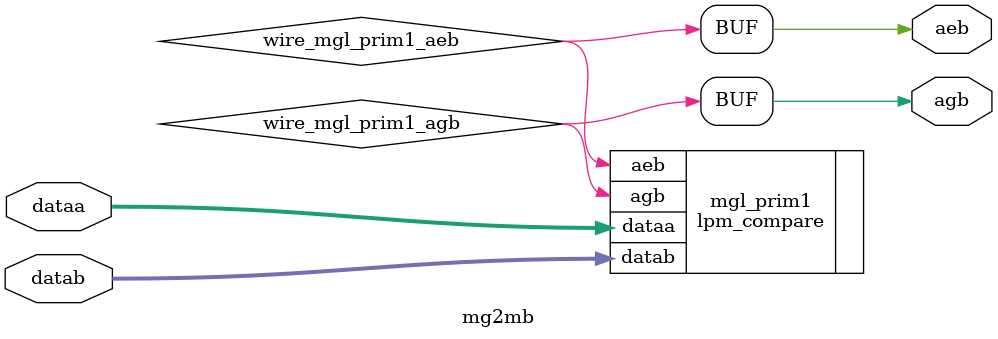
<source format=v>






//synthesis_resources = lpm_compare 1 
//synopsys translate_off
`timescale 1 ps / 1 ps
//synopsys translate_on
module  mg2mb
	( 
	aeb,
	agb,
	dataa,
	datab) /* synthesis synthesis_clearbox=1 */;
	output   aeb;
	output   agb;
	input   [15:0]  dataa;
	input   [15:0]  datab;

	wire  wire_mgl_prim1_aeb;
	wire  wire_mgl_prim1_agb;

	lpm_compare   mgl_prim1
	( 
	.aeb(wire_mgl_prim1_aeb),
	.agb(wire_mgl_prim1_agb),
	.dataa(dataa),
	.datab(datab));
	defparam
		mgl_prim1.lpm_representation = "UNSIGNED",
		mgl_prim1.lpm_type = "LPM_COMPARE",
		mgl_prim1.lpm_width = 16;
	assign
		aeb = wire_mgl_prim1_aeb,
		agb = wire_mgl_prim1_agb;
endmodule //mg2mb
//VALID FILE

</source>
